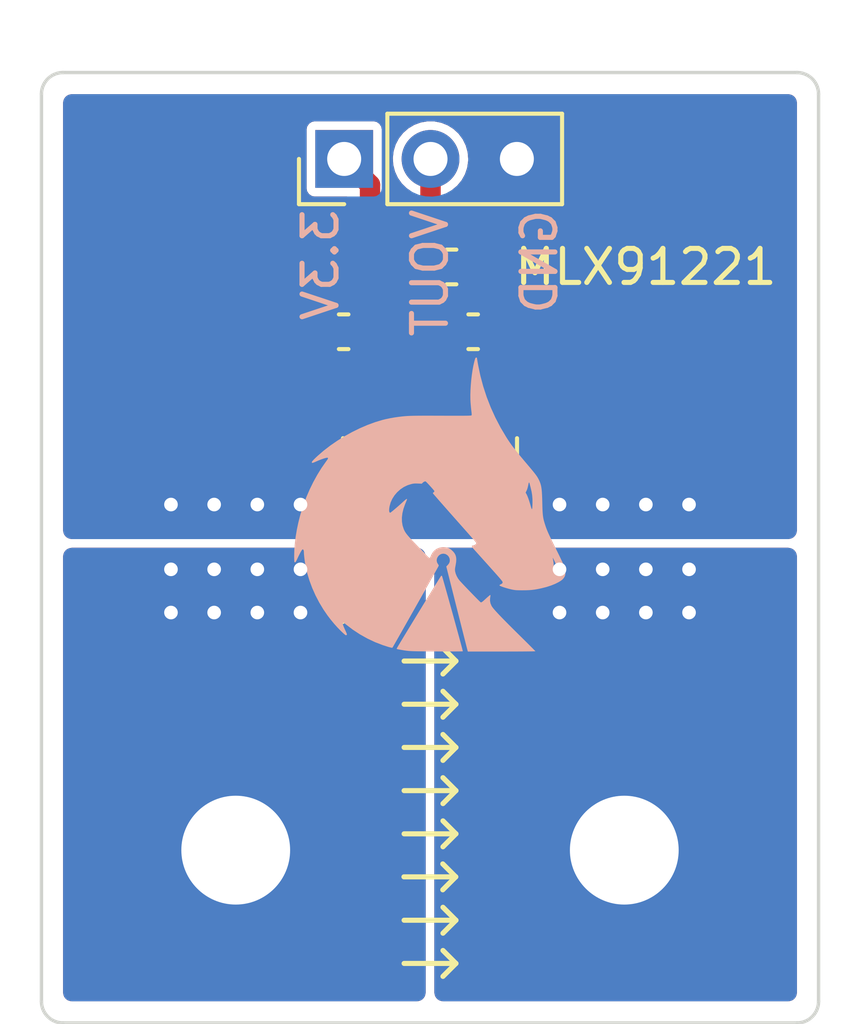
<source format=kicad_pcb>
(kicad_pcb (version 20211014) (generator pcbnew)
  (layers (0 "F.Cu" signal) (31 "B.Cu" signal) (34 "B.Paste" user) (35 "F.Paste" user) (36 "B.SilkS" user "B.Silkscreen") (37 "F.SilkS" user "F.Silkscreen") (38 "B.Mask" user) (39 "F.Mask" user) (44 "Edge.Cuts" user))
  (net 0 "")
  (net 1 "/3.3V")
  (net 2 "GND")
  (net 3 "/VOUT")
  (net 4 "IP+")
  (net 5 "IP-")
  (footprint "Capacitor_SMD:C_0603_1608Metric" (layer "F.Cu") (at 63.5 88.9 180)
    (fp_text reference "C1" hide)
    (fp_text value "47nF")
    (fp_line (start -0.14058 -0.51) (end 0.14058 -0.51) (layer "F.SilkS") (width 0.12))
    (fp_line (start -0.14058 0.51) (end 0.14058 0.51) (layer "F.SilkS") (width 0.12))
    (pad "1" smd roundrect (at -0.775 0 180) (size 0.9 0.95) (layers "F.Cu" "F.Paste" "F.Mask") (net 1 "/3.3V"))
    (pad "2" smd roundrect (at 0.775 0 180) (size 0.9 0.95) (layers "F.Cu" "F.Paste" "F.Mask") (net 2 "GND"))
  )
  (footprint "Capacitor_SMD:C_0603_1608Metric" (layer "F.Cu") (at 67.31 88.9)
    (fp_text reference "C2" hide)
    (fp_text value "47nF")
    (fp_line (start -0.14058 -0.51) (end 0.14058 -0.51) (layer "F.SilkS") (width 0.12))
    (fp_line (start -0.14058 0.51) (end 0.14058 0.51) (layer "F.SilkS") (width 0.12))
    (pad "1" smd roundrect (at -0.775 0) (size 0.9 0.95) (layers "F.Cu" "F.Paste" "F.Mask") (net 1 "/3.3V"))
    (pad "2" smd roundrect (at 0.775 0) (size 0.9 0.95) (layers "F.Cu" "F.Paste" "F.Mask") (net 2 "GND"))
  )
  (footprint "Connector_PinHeader_2.54mm:PinHeader_1x03_P2.54mm_Vertical" (layer "F.Cu") (at 63.515 83.82 90)
    (fp_text reference "J1" hide)
    (fp_text value "Conn_01x03")
    (fp_line (start -1.33 6.41) (end 1.33 6.41) (layer "F.SilkS") (width 0.12))
    (fp_line (start -1.33 1.27) (end 1.33 1.27) (layer "F.SilkS") (width 0.12))
    (fp_line (start -1.33 1.27) (end -1.33 6.41) (layer "F.SilkS") (width 0.12))
    (fp_line (start -1.33 0) (end -1.33 -1.33) (layer "F.SilkS") (width 0.12))
    (fp_line (start 1.33 1.27) (end 1.33 6.41) (layer "F.SilkS") (width 0.12))
    (fp_line (start -1.33 -1.33) (end 0 -1.33) (layer "F.SilkS") (width 0.12))
    (pad "1" thru_hole rect (at 0 0 90) (size 1.7 1.7) (drill 1) (layers *.Cu *.Mask) (net 1 "/3.3V"))
    (pad "2" thru_hole oval (at 0 2.54 90) (size 1.7 1.7) (drill 1) (layers *.Cu *.Mask) (net 3 "/VOUT"))
    (pad "3" thru_hole oval (at 0 5.08 90) (size 1.7 1.7) (drill 1) (layers *.Cu *.Mask) (net 2 "GND"))
  )
  (footprint "Capacitor_SMD:C_0603_1608Metric" (layer "F.Cu") (at 66.675 86.995)
    (fp_text reference "C3" hide)
    (fp_text value "4.7nF")
    (fp_line (start -0.14058 -0.51) (end 0.14058 -0.51) (layer "F.SilkS") (width 0.12))
    (fp_line (start -0.14058 0.51) (end 0.14058 0.51) (layer "F.SilkS") (width 0.12))
    (pad "1" smd roundrect (at -0.775 0) (size 0.9 0.95) (layers "F.Cu" "F.Paste" "F.Mask") (net 3 "/VOUT"))
    (pad "2" smd roundrect (at 0.775 0) (size 0.9 0.95) (layers "F.Cu" "F.Paste" "F.Mask") (net 2 "GND"))
  )
  (footprint "01-rickbassham:MountingHole_3.2mm_M3_DIN965_Pad" (layer "F.Cu") (at 71.755 104.14)
    (fp_text reference "H2" hide)
    (fp_text value "MountingHole_Pad")
    (pad "1" thru_hole circle (at 0 0) (size 5.6 5.6) (drill 3.2) (layers *.Cu *.Mask) (net 5 "IP-"))
  )
  (footprint "Package_SO:SOIC-8_3.9x4.9mm_P1.27mm" (layer "F.Cu") (at 66.04 93.98 90)
    (fp_text reference "U1" hide)
    (fp_text value "MLX91221")
    (fp_line (start 0 2.56) (end 1.95 2.56) (layer "F.SilkS") (width 0.12))
    (fp_line (start 0 -2.56) (end 1.95 -2.56) (layer "F.SilkS") (width 0.12))
    (fp_line (start 0 -2.56) (end -3.45 -2.56) (layer "F.SilkS") (width 0.12))
    (fp_line (start 0 2.56) (end -1.95 2.56) (layer "F.SilkS") (width 0.12))
    (pad "1" smd roundrect (at -2.475 -1.905 90) (size 1.95 0.6) (layers "F.Cu" "F.Paste" "F.Mask") (net 4 "IP+"))
    (pad "2" smd roundrect (at -2.475 -0.635 90) (size 1.95 0.6) (layers "F.Cu" "F.Paste" "F.Mask") (net 4 "IP+"))
    (pad "3" smd roundrect (at -2.475 0.635 90) (size 1.95 0.6) (layers "F.Cu" "F.Paste" "F.Mask") (net 5 "IP-"))
    (pad "4" smd roundrect (at -2.475 1.905 90) (size 1.95 0.6) (layers "F.Cu" "F.Paste" "F.Mask") (net 5 "IP-"))
    (pad "5" smd roundrect (at 2.475 1.905 90) (size 1.95 0.6) (layers "F.Cu" "F.Paste" "F.Mask") (net 2 "GND"))
    (pad "6" smd roundrect (at 2.475 0.635 90) (size 1.95 0.6) (layers "F.Cu" "F.Paste" "F.Mask") (net 1 "/3.3V"))
    (pad "7" smd roundrect (at 2.475 -0.635 90) (size 1.95 0.6) (layers "F.Cu" "F.Paste" "F.Mask") (net 3 "/VOUT"))
    (pad "8" smd roundrect (at 2.475 -1.905 90) (size 1.95 0.6) (layers "F.Cu" "F.Paste" "F.Mask") (net 1 "/3.3V"))
  )
  (footprint "01-rickbassham:MountingHole_3.2mm_M3_DIN965_Pad" (layer "F.Cu") (at 60.325 104.14)
    (fp_text reference "H1" hide)
    (fp_text value "MountingHole_Pad")
    (pad "1" thru_hole circle (at 0 0) (size 5.6 5.6) (drill 3.2) (layers *.Cu *.Mask) (net 4 "IP+"))
  )
  (footprint "01-rickbassham:logo_small" (layer "B.Cu") (at 66.04 93.98 180)
    (fp_text reference "G***" hide)
    (fp_text value "LOGO" hide)
    (fp_poly (pts (xy -0.326678 -2.096586) (xy -0.32021 -2.105431) (xy -0.304841 -2.128964) (xy -0.281254 -2.166067) (xy -0.250132 -2.215623) (xy -0.212159 -2.276513) (xy -0.168017 -2.34762) (xy -0.118391 -2.427825) (xy -0.063964 -2.516012) (xy -0.005419 -2.611061) (xy 0.05656 -2.711856) (xy 0.121291 -2.817277) (xy 0.188088 -2.926208) (xy 0.25627 -3.03753) (xy 0.325153 -3.150126) (xy 0.394053 -3.262877) (xy 0.462287 -3.374667) (xy 0.529171 -3.484376) (xy 0.594022 -3.590886) (xy 0.656157 -3.693081) (xy 0.714892 -3.789843) (xy 0.769544 -3.880052) (xy 0.81943 -3.962592) (xy 0.863865 -4.036344) (xy 0.902167 -4.100192) (xy 0.933652 -4.153015) (xy 0.957637 -4.193698) (xy 0.973438 -4.221122) (xy 0.980373 -4.234168) (xy 0.980641 -4.235023) (xy 0.97921 -4.241441) (xy 0.972759 -4.246776) (xy 0.958441 -4.251872) (xy 0.933409 -4.257575) (xy 0.894818 -4.264727) (xy 0.860546 -4.270651) (xy 0.81512 -4.278379) (xy 0.774256 -4.285153) (xy 0.736434 -4.291042) (xy 0.700133 -4.296115) (xy 0.663833 -4.300442) (xy 0.626015 -4.304091) (xy 0.585157 -4.307132) (xy 0.539739 -4.309633) (xy 0.488242 -4.311663) (xy 0.429144 -4.313292) (xy 0.360927 -4.314589) (xy 0.282069 -4.315622) (xy 0.19105 -4.316461) (xy 0.08635 -4.317175) (xy -0.033551 -4.317832) (xy -0.170174 -4.318502) (xy -0.195755 -4.318625) (xy -0.314137 -4.3191) (xy -0.426853 -4.319367) (xy -0.532554 -4.319435) (xy -0.629891 -4.319311) (xy -0.717514 -4.319002) (xy -0.794074 -4.318516) (xy -0.858221 -4.31786) (xy -0.908605 -4.317043) (xy -0.943878 -4.316071) (xy -0.96269 -4.314953) (xy -0.965514 -4.314322) (xy -0.963757 -4.304522) (xy -0.957355 -4.278219) (xy -0.946671 -4.236725) (xy -0.932069 -4.181354) (xy -0.913912 -4.113417) (xy -0.892565 -4.034228) (xy -0.868391 -3.945098) (xy -0.841754 -3.847341) (xy -0.813017 -3.74227) (xy -0.782543 -3.631195) (xy -0.750698 -3.515432) (xy -0.717843 -3.396291) (xy -0.684343 -3.275085) (xy -0.650561 -3.153128) (xy -0.616862 -3.031731) (xy -0.583608 -2.912208) (xy -0.551163 -2.795871) (xy -0.519892 -2.684031) (xy -0.490156 -2.578003) (xy -0.462321 -2.479099) (xy -0.43675 -2.388631) (xy -0.413807 -2.307912) (xy -0.393854 -2.238254) (xy -0.377256 -2.18097) (xy -0.364377 -2.137373) (xy -0.355579 -2.108775) (xy -0.351228 -2.096489) (xy -0.351006 -2.096157) (xy -0.335612 -2.092456)) (layer "B.SilkS") (width 0) (fill solid))
    (fp_poly (pts (xy -1.349491 4.319513) (xy -1.340316 4.312522) (xy -1.331735 4.297545) (xy -1.322466 4.27186) (xy -1.311222 4.232747) (xy -1.301594 4.196321) (xy -1.274751 4.079564) (xy -1.250752 3.948582) (xy -1.22998 3.807491) (xy -1.212816 3.660408) (xy -1.199644 3.511448) (xy -1.190844 3.364728) (xy -1.1868 3.224365) (xy -1.187894 3.094474) (xy -1.191801 3.013726) (xy -1.196558 2.950554) (xy -1.202358 2.883665) (xy -1.208593 2.819515) (xy -1.214655 2.76456) (xy -1.217099 2.745047) (xy -1.223185 2.695118) (xy -1.226054 2.660455) (xy -1.225788 2.638116) (xy -1.222468 2.625156) (xy -1.220518 2.622191) (xy -1.216653 2.619943) (xy -1.208325 2.617972) (xy -1.194479 2.616265) (xy -1.174063 2.61481) (xy -1.146023 2.613594) (xy -1.109307 2.612604) (xy -1.062862 2.611827) (xy -1.005633 2.611252) (xy -0.936568 2.610864) (xy -0.854614 2.610653) (xy -0.758718 2.610605) (xy -0.647826 2.610708) (xy -0.520886 2.610948) (xy -0.376844 2.611314) (xy -0.324834 2.611461) (xy -0.169379 2.611883) (xy -0.031012 2.61217) (xy 0.091686 2.612281) (xy 0.200134 2.612177) (xy 0.29575 2.611819) (xy 0.379953 2.611166) (xy 0.454162 2.610178) (xy 0.519795 2.608817) (xy 0.57827 2.607042) (xy 0.631007 2.604813) (xy 0.679424 2.602092) (xy 0.72494 2.598838) (xy 0.768973 2.595011) (xy 0.812941 2.590572) (xy 0.858265 2.58548) (xy 0.906361 2.579698) (xy 0.934572 2.5762) (xy 1.054792 2.55889) (xy 1.179288 2.536791) (xy 1.300131 2.51142) (xy 1.396405 2.487792) (xy 1.617232 2.421301) (xy 1.841715 2.338792) (xy 2.067336 2.241695) (xy 2.291576 2.131438) (xy 2.511916 2.009449) (xy 2.725836 1.877157) (xy 2.930817 1.73599) (xy 3.12434 1.587377) (xy 3.303886 1.432745) (xy 3.374971 1.365915) (xy 3.420031 1.321218) (xy 3.451672 1.286814) (xy 3.470799 1.261279) (xy 3.47832 1.243189) (xy 3.47514 1.231119) (xy 3.464904 1.224608) (xy 3.450712 1.225922) (xy 3.424394 1.233972) (xy 3.390402 1.247272) (xy 3.370058 1.256281) (xy 3.30397 1.285539) (xy 3.238705 1.312178) (xy 3.176832 1.335344) (xy 3.120921 1.35418) (xy 3.07354 1.367833) (xy 3.037257 1.375446) (xy 3.014643 1.376166) (xy 3.012083 1.375444) (xy 3.002481 1.369407) (xy 2.999928 1.359566) (xy 3.00544 1.343609) (xy 3.020036 1.319222) (xy 3.044731 1.284092) (xy 3.063326 1.258898) (xy 3.19213 1.074573) (xy 3.315555 0.875236) (xy 3.432031 0.663987) (xy 3.539988 0.443924) (xy 3.637858 0.218147) (xy 3.724072 -0.010247) (xy 3.75949 -0.115665) (xy 3.820476 -0.319991) (xy 3.873222 -0.528349) (xy 3.917234 -0.73772) (xy 3.952019 -0.945088) (xy 3.977084 -1.147437) (xy 3.991934 -1.341749) (xy 3.996077 -1.525007) (xy 3.995596 -1.559162) (xy 3.994416 -1.612443) (xy 3.993106 -1.649978) (xy 3.991196 -1.674524) (xy 3.988217 -1.688838) (xy 3.983699 -1.695679) (xy 3.977172 -1.697803) (xy 3.971936 -1.69796) (xy 3.962059 -1.695575) (xy 3.952004 -1.686691) (xy 3.940073 -1.668718) (xy 3.924573 -1.639063) (xy 3.903807 -1.595134) (xy 3.901723 -1.590612) (xy 3.870471 -1.524404) (xy 3.840431 -1.463967) (xy 3.81276 -1.411402) (xy 3.788616 -1.368807) (xy 3.769158 -1.338282) (xy 3.755542 -1.321928) (xy 3.752505 -1.319989) (xy 3.733638 -1.320644) (xy 3.719806 -1.337629) (xy 3.711963 -1.369223) (xy 3.710528 -1.395635) (xy 3.70894 -1.43699) (xy 3.704527 -1.492091) (xy 3.697814 -1.556485) (xy 3.689329 -1.625719) (xy 3.679598 -1.69534) (xy 3.669147 -1.760893) (xy 3.663864 -1.790492) (xy 3.614621 -2.00934) (xy 3.548459 -2.230172) (xy 3.466437 -2.450579) (xy 3.369617 -2.668154) (xy 3.259056 -2.880489) (xy 3.135814 -3.085177) (xy 3.019767 -3.254251) (xy 2.924705 -3.379043) (xy 2.824366 -3.500468) (xy 2.722183 -3.614615) (xy 2.621593 -3.717574) (xy 2.569708 -3.766628) (xy 2.532081 -3.800608) (xy 2.505209 -3.823371) (xy 2.486582 -3.836608) (xy 2.473694 -3.842008) (xy 2.464036 -3.841262) (xy 2.460984 -3.839878) (xy 2.446454 -3.827107) (xy 2.442841 -3.81777) (xy 2.446546 -3.804561) (xy 2.456539 -3.778812) (xy 2.471138 -3.744683) (xy 2.482925 -3.718624) (xy 2.515283 -3.647199) (xy 2.539373 -3.59062) (xy 2.555694 -3.547434) (xy 2.564744 -3.516189) (xy 2.567022 -3.495433) (xy 2.563356 -3.484094) (xy 2.551074 -3.472385) (xy 2.545807 -3.469956) (xy 2.53661 -3.475469) (xy 2.516604 -3.490286) (xy 2.489176 -3.511842) (xy 2.470601 -3.526914) (xy 2.271127 -3.678993) (xy 2.061376 -3.816597) (xy 1.842875 -3.938916) (xy 1.61715 -4.045137) (xy 1.385728 -4.13445) (xy 1.239783 -4.181057) (xy 1.186573 -4.196195) (xy 1.148542 -4.20569) (xy 1.12339 -4.209981) (xy 1.108817 -4.20951) (xy 1.104103 -4.207037) (xy 1.098567 -4.198079) (xy 1.084561 -4.174086) (xy 1.062701 -4.136147) (xy 1.033603 -4.08535) (xy 0.997882 -4.022783) (xy 0.956153 -3.949534) (xy 0.909032 -3.866692) (xy 0.857135 -3.775345) (xy 0.801076 -3.676581) (xy 0.741472 -3.571489) (xy 0.678938 -3.461156) (xy 0.614088 -3.346672) (xy 0.54754 -3.229124) (xy 0.479907 -3.109601) (xy 0.411807 -2.989191) (xy 0.343853 -2.868982) (xy 0.276662 -2.750063) (xy 0.210848 -2.633521) (xy 0.147028 -2.520446) (xy 0.085817 -2.411925) (xy 0.027831 -2.309047) (xy -0.026316 -2.2129) (xy -0.076008 -2.124572) (xy -0.120629 -2.045152) (xy -0.159563 -1.975727) (xy -0.192197 -1.917387) (xy -0.217913 -1.871219) (xy -0.236096 -1.838312) (xy -0.246132 -1.819754) (xy -0.247562 -1.816941) (xy -0.255602 -1.797277) (xy -0.254875 -1.782578) (xy -0.244117 -1.764497) (xy -0.23847 -1.756795) (xy -0.208119 -1.704372) (xy -0.195939 -1.652169) (xy -0.201721 -1.598273) (xy -0.216545 -1.558079) (xy -0.248223 -1.50966) (xy -0.290606 -1.473593) (xy -0.340339 -1.451257) (xy -0.39407 -1.444027) (xy -0.448444 -1.453281) (xy -0.460643 -1.457868) (xy -0.511062 -1.488213) (xy -0.549726 -1.530665) (xy -0.574425 -1.581968) (xy -0.582951 -1.637905) (xy -0.578207 -1.683067) (xy -0.562388 -1.723419) (xy -0.533119 -1.764106) (xy -0.515978 -1.782806) (xy -0.478777 -1.821386) (xy -0.776123 -2.9996) (xy -0.812816 -3.144952) (xy -0.848502 -3.286233) (xy -0.882895 -3.422309) (xy -0.915705 -3.552045) (xy -0.946645 -3.674305) (xy -0.975428 -3.787955) (xy -1.001766 -3.89186) (xy -1.025371 -3.984884) (xy -1.045955 -4.065893) (xy -1.06323 -4.133751) (xy -1.07691 -4.187324) (xy -1.086705 -4.225476) (xy -1.092329 -4.247073) (xy -1.092987 -4.249526) (xy -1.112506 -4.321238) (xy -2.106162 -4.321238) (xy -2.252881 -4.321162) (xy -2.391113 -4.32094) (xy -2.519911 -4.320578) (xy -2.638325 -4.320085) (xy -2.745408 -4.319469) (xy -2.840212 -4.318739) (xy -2.921788 -4.317901) (xy -2.989189 -4.316963) (xy -3.041467 -4.315935) (xy -3.077674 -4.314823) (xy -3.09686 -4.313636) (xy -3.099818 -4.31293) (xy -3.093389 -4.305202) (xy -3.074818 -4.285593) (xy -3.045175 -4.255179) (xy -3.005535 -4.215036) (xy -2.956968 -4.166238) (xy -2.900548 -4.109862) (xy -2.837345 -4.046982) (xy -2.768433 -3.978675) (xy -2.694884 -3.906015) (xy -2.650053 -3.861838) (xy -2.516616 -3.730134) (xy -2.396238 -3.610592) (xy -2.288462 -3.502732) (xy -2.192832 -3.406073) (xy -2.108891 -3.320137) (xy -2.036182 -3.244444) (xy -1.974248 -3.178513) (xy -1.922632 -3.121866) (xy -1.880877 -3.074021) (xy -1.848528 -3.0345) (xy -1.825126 -3.002823) (xy -1.811842 -2.98155) (xy -1.779211 -2.905177) (xy -1.764509 -2.827987) (xy -1.767982 -2.75127) (xy -1.768109 -2.75051) (xy -1.774784 -2.7098) (xy -1.778299 -2.683788) (xy -1.778805 -2.66896) (xy -1.776449 -2.661806) (xy -1.771986 -2.65902) (xy -1.76235 -2.663856) (xy -1.7418 -2.679335) (xy -1.712869 -2.703384) (xy -1.678088 -2.733929) (xy -1.656321 -2.753724) (xy -1.608949 -2.797099) (xy -1.572957 -2.829244) (xy -1.546281 -2.851649) (xy -1.526857 -2.865802) (xy -1.51262 -2.873194) (xy -1.501508 -2.875311) (xy -1.491455 -2.873643) (xy -1.490487 -2.873344) (xy -1.481086 -2.865846) (xy -1.460479 -2.846484) (xy -1.430186 -2.816829) (xy -1.391733 -2.778449) (xy -1.34664 -2.732914) (xy -1.296431 -2.681793) (xy -1.24263 -2.626655) (xy -1.186758 -2.569069) (xy -1.130339 -2.510605) (xy -1.074896 -2.452832) (xy -1.021951 -2.397319) (xy -0.973028 -2.345636) (xy -0.929649 -2.299351) (xy -0.893337 -2.260033) (xy -0.867615 -2.231515) (xy -0.825118 -2.17486) (xy -0.787591 -2.108485) (xy -0.758353 -2.039168) (xy -0.740725 -1.973685) (xy -0.740427 -1.971945) (xy -0.736235 -1.943904) (xy -0.734414 -1.919232) (xy -0.735288 -1.893426) (xy -0.739186 -1.86198) (xy -0.746433 -1.820391) (xy -0.75442 -1.779038) (xy -0.768868 -1.688394) (xy -0.773291 -1.610985) (xy -0.767222 -1.544201) (xy -0.750196 -1.485432) (xy -0.721747 -1.432067) (xy -0.683969 -1.384274) (xy -0.620344 -1.325125) (xy -0.552964 -1.283625) (xy -0.48001 -1.259017) (xy -0.399663 -1.250546) (xy -0.364541 -1.251538) (xy -0.280474 -1.26544) (xy -0.204559 -1.295544) (xy -0.138087 -1.340867) (xy -0.082347 -1.400423) (xy -0.038629 -1.473228) (xy -0.02222 -1.512793) (xy -0.009793 -1.542064) (xy 0.002657 -1.563214) (xy 0.011474 -1.571146) (xy 0.022927 -1.565857) (xy 0.043622 -1.549426) (xy 0.070469 -1.524512) (xy 0.096154 -1.498294) (xy 0.119018 -1.474185) (xy 0.152801 -1.438829) (xy 0.195543 -1.394265) (xy 0.245282 -1.342534) (xy 0.300056 -1.285675) (xy 0.357903 -1.22573) (xy 0.416863 -1.164737) (xy 0.417111 -1.164481) (xy 0.490717 -1.08799) (xy 0.552428 -1.022771) (xy 0.603583 -0.967159) (xy 0.645523 -0.919491) (xy 0.679585 -0.878104) (xy 0.707111 -0.841332) (xy 0.729438 -0.807512) (xy 0.747908 -0.774981) (xy 0.763859 -0.742073) (xy 0.771722 -0.723978) (xy 0.806928 -0.616536) (xy 0.825341 -0.502072) (xy 0.827007 -0.381248) (xy 0.811966 -0.254729) (xy 0.780264 -0.123176) (xy 0.731943 0.012748) (xy 0.72205 0.036309) (xy 0.704423 0.078198) (xy 0.689856 0.114364) (xy 0.679755 0.1412) (xy 0.675528 0.155099) (xy 0.675483 0.15569) (xy 0.678485 0.164645) (xy 0.688382 0.164213) (xy 0.706505 0.153522) (xy 0.734186 0.1317) (xy 0.772758 0.097873) (xy 0.795774 0.076894) (xy 0.844775 0.032338) (xy 0.896398 -0.013736) (xy 0.94869 -0.059671) (xy 0.999701 -0.103811) (xy 1.047479 -0.144502) (xy 1.090074 -0.180086) (xy 1.125535 -0.208908) (xy 1.15191 -0.229312) (xy 1.167249 -0.239642) (xy 1.169832 -0.240583) (xy 1.188064 -0.232181) (xy 1.199092 -0.207533) (xy 1.202829 -0.167479) (xy 1.199186 -0.112857) (xy 1.189605 -0.05236) (xy 1.159052 0.058633) (xy 1.110959 0.165734) (xy 1.046139 0.267432) (xy 0.967971 0.359571) (xy 0.872412 0.446031) (xy 0.768957 0.515764) (xy 0.657641 0.568752) (xy 0.549426 0.602428) (xy 0.508029 0.611406) (xy 0.471007 0.616742) (xy 0.431856 0.618936) (xy 0.384073 0.61849) (xy 0.354697 0.617424) (xy 0.242109 0.612732) (xy 0.217126 0.638808) (xy 0.189047 0.662486) (xy 0.160442 0.677429) (xy 0.136252 0.681447) (xy 0.127291 0.678637) (xy 0.114504 0.667892) (xy 0.09271 0.646451) (xy 0.064222 0.616872) (xy 0.031351 0.581716) (xy -0.003592 0.543541) (xy -0.038294 0.504907) (xy -0.070445 0.468374) (xy -0.097731 0.436501) (xy -0.117843 0.411847) (xy -0.128467 0.396972) (xy -0.129545 0.394271) (xy -0.122233 0.375471) (xy -0.10499 0.357389) (xy -0.090568 0.349424) (xy -0.083705 0.340963) (xy -0.088089 0.326538) (xy -0.0954 0.317046) (xy -0.114156 0.294692) (xy -0.143509 0.260446) (xy -0.182611 0.215278) (xy -0.230612 0.160159) (xy -0.286664 0.096058) (xy -0.349917 0.023944) (xy -0.419523 -0.055211) (xy -0.494633 -0.140437) (xy -0.574398 -0.230766) (xy -0.657969 -0.325226) (xy -0.698616 -0.371107) (xy -0.803268 -0.489174) (xy -0.896333 -0.594164) (xy -0.978484 -0.686865) (xy -1.050396 -0.768062) (xy -1.112742 -0.838542) (xy -1.166197 -0.899091) (xy -1.211432 -0.950495) (xy -1.249124 -0.99354) (xy -1.279944 -1.029013) (xy -1.304568 -1.0577) (xy -1.323668 -1.080387) (xy -1.337919 -1.097859) (xy -1.347995 -1.110905) (xy -1.354568 -1.120309) (xy -1.358313 -1.126857) (xy -1.359904 -1.131337) (xy -1.360015 -1.134534) (xy -1.359318 -1.137234) (xy -1.358489 -1.140224) (xy -1.358363 -1.140949) (xy -1.346476 -1.163519) (xy -1.320909 -1.183234) (xy -1.286481 -1.196866) (xy -1.269987 -1.200078) (xy -1.241196 -1.207209) (xy -1.227684 -1.219705) (xy -1.229468 -1.238875) (xy -1.246567 -1.266029) (xy -1.271289 -1.294385) (xy -1.285889 -1.310243) (xy -1.31165 -1.338576) (xy -1.347392 -1.378071) (xy -1.39193 -1.427415) (xy -1.444083 -1.485296) (xy -1.502668 -1.5504) (xy -1.566503 -1.621416) (xy -1.634404 -1.697029) (xy -1.70519 -1.775928) (xy -1.729312 -1.802831) (xy -1.810812 -1.893803) (xy -1.880774 -1.972067) (xy -1.940062 -2.038657) (xy -1.989538 -2.094604) (xy -2.030064 -2.140938) (xy -2.062504 -2.178691) (xy -2.087719 -2.208895) (xy -2.106574 -2.23258) (xy -2.11993 -2.250777) (xy -2.128651 -2.264519) (xy -2.133598 -2.274837) (xy -2.135636 -2.282761) (xy -2.135702 -2.288624) (xy -2.130813 -2.30857) (xy -2.117712 -2.323469) (xy -2.09179 -2.338636) (xy -2.060124 -2.355538) (xy -2.044384 -2.367653) (xy -2.04353 -2.377584) (xy -2.05652 -2.38793) (xy -2.0693 -2.394797) (xy -2.103305 -2.409569) (xy -2.151109 -2.426876) (xy -2.208409 -2.445415) (xy -2.270898 -2.463883) (xy -2.334273 -2.480977) (xy -2.394229 -2.495393) (xy -2.419027 -2.500676) (xy -2.456263 -2.507748) (xy -2.490961 -2.513027) (xy -2.526819 -2.516756) (xy -2.567537 -2.519178) (xy -2.616814 -2.520535) (xy -2.67835 -2.521072) (xy -2.729691 -2.521091) (xy -2.83188 -2.5199) (xy -2.921204 -2.516282) (xy -3.003214 -2.509628) (xy -3.083462 -2.499324) (xy -3.167499 -2.484761) (xy -3.260878 -2.465327) (xy -3.284882 -2.459963) (xy -3.428561 -2.423141) (xy -3.561373 -2.380227) (xy -3.68129 -2.332003) (xy -3.786289 -2.279251) (xy -3.843777 -2.244105) (xy -3.89492 -2.205106) (xy -3.93337 -2.162864) (xy -3.962604 -2.115431) (xy -3.976858 -2.072653) (xy -3.982937 -2.017739) (xy -3.98094 -1.955108) (xy -3.973154 -1.903656) (xy -3.755381 -1.903656) (xy -3.751548 -1.912358) (xy -3.737922 -1.906346) (xy -3.713505 -1.886451) (xy -3.697626 -1.872185) (xy -3.638458 -1.81827) (xy -3.637609 -1.761642) (xy -3.635054 -1.721974) (xy -3.629254 -1.675367) (xy -3.622588 -1.637648) (xy -3.616173 -1.604802) (xy -3.612227 -1.579843) (xy -3.611478 -1.567489) (xy -3.611697 -1.567004) (xy -3.616943 -1.573104) (xy -3.627943 -1.592953) (xy -3.643181 -1.623278) (xy -3.661141 -1.66081) (xy -3.680308 -1.702277) (xy -3.699165 -1.744409) (xy -3.716197 -1.783936) (xy -3.729887 -1.817585) (xy -3.737651 -1.838779) (xy -3.750416 -1.879406) (xy -3.755381 -1.903656) (xy -3.973154 -1.903656) (xy -3.970963 -1.889179) (xy -3.956409 -1.83424) (xy -3.947399 -1.810884) (xy -3.930942 -1.772942) (xy -3.907947 -1.722338) (xy -3.879324 -1.660999) (xy -3.845981 -1.59085) (xy -3.808827 -1.513817) (xy -3.768773 -1.431825) (xy -3.726726 -1.346802) (xy -3.718579 -1.330448) (xy -3.662946 -1.218706) (xy -3.614946 -1.121764) (xy -3.573811 -1.037932) (xy -3.538778 -0.965518) (xy -3.509079 -0.902832) (xy -3.483951 -0.848182) (xy -3.462626 -0.799877) (xy -3.444341 -0.756227) (xy -3.428329 -0.71554) (xy -3.413824 -0.676125) (xy -3.400062 -0.636291) (xy -3.388576 -0.601457) (xy -3.369917 -0.542547) (xy -3.354444 -0.489633) (xy -3.341807 -0.440037) (xy -3.331659 -0.391079) (xy -3.323652 -0.34008) (xy -3.317437 -0.28436) (xy -3.312667 -0.221241) (xy -3.308992 -0.148044) (xy -3.306065 -0.062089) (xy -3.303619 0.036022) (xy -3.014824 0.036022) (xy -3.014717 0.031942) (xy -3.012403 -0.036477) (xy -3.009431 -0.086753) (xy -3.005443 -0.119245) (xy -3.000079 -0.134313) (xy -2.992981 -0.132318) (xy -2.983789 -0.113619) (xy -2.972144 -0.078577) (xy -2.957686 -0.027552) (xy -2.957194 -0.025736) (xy -2.936105 0.04768) (xy -2.913194 0.119715) (xy -2.889816 0.186567) (xy -2.867325 0.244434) (xy -2.847077 0.289515) (xy -2.840205 0.302587) (xy -2.813325 0.350711) (xy -2.840701 0.408598) (xy -2.852138 0.434443) (xy -2.862062 0.461416) (xy -2.871501 0.493212) (xy -2.881485 0.533522) (xy -2.893044 0.58604) (xy -2.901567 0.626904) (xy -2.907916 0.64314) (xy -2.913852 0.647723) (xy -2.921848 0.639917) (xy -2.926557 0.626904) (xy -2.930742 0.609944) (xy -2.938567 0.579541) (xy -2.948883 0.540127) (xy -2.959596 0.499672) (xy -2.98756 0.380794) (xy -3.005476 0.269066) (xy -3.014259 0.156729) (xy -3.014824 0.036022) (xy -3.303619 0.036022) (xy -3.303537 0.039304) (xy -3.303181 0.055519) (xy -3.300194 0.171642) (xy -3.296415 0.271425) (xy -3.291498 0.35703) (xy -3.285095 0.430618) (xy -3.276858 0.494352) (xy -3.266438 0.550393) (xy -3.253489 0.600902) (xy -3.237663 0.648041) (xy -3.218611 0.693972) (xy -3.195987 0.740855) (xy -3.191537 0.749508) (xy -3.176514 0.777346) (xy -3.16007 0.805133) (xy -3.140967 0.83448) (xy -3.117969 0.866998) (xy -3.089841 0.904296) (xy -3.055345 0.947985) (xy -3.013247 0.999675) (xy -2.962309 1.060975) (xy -2.901296 1.133497) (xy -2.852554 1.191067) (xy -2.760753 1.299674) (xy -2.679962 1.396159) (xy -2.608875 1.482215) (xy -2.546187 1.559534) (xy -2.490592 1.629807) (xy -2.440786 1.694728) (xy -2.395461 1.755988) (xy -2.353314 1.815279) (xy -2.313039 1.874294) (xy -2.27333 1.934726) (xy -2.246365 1.976893) (xy -2.076988 2.261366) (xy -1.923854 2.55418) (xy -1.787284 2.854495) (xy -1.6676 3.161474) (xy -1.565124 3.474276) (xy -1.480177 3.792064) (xy -1.41308 4.113997) (xy -1.401222 4.182441) (xy -1.393328 4.229807) (xy -1.386646 4.270157) (xy -1.381713 4.300231) (xy -1.379065 4.31677) (xy -1.378761 4.318926) (xy -1.370951 4.32082) (xy -1.360544 4.321239)) (layer "B.SilkS") (width 0) (fill solid))
  )
  (gr_arc (start 55.245 109.22) (mid 54.795987 109.034013) (end 54.61 108.585) (layer "Edge.Cuts") (width 0.1))
  (gr_line (start 77.47 81.915) (end 77.47 108.585) (layer "Edge.Cuts") (width 0.1))
  (gr_arc (start 77.47 108.585) (mid 77.284013 109.034013) (end 76.835 109.22) (layer "Edge.Cuts") (width 0.1))
  (gr_line (start 55.245 81.28) (end 76.835 81.28) (layer "Edge.Cuts") (width 0.1))
  (gr_arc (start 54.61 81.915) (mid 54.795987 81.465987) (end 55.245 81.28) (layer "Edge.Cuts") (width 0.1))
  (gr_line (start 76.835 109.22) (end 55.245 109.22) (layer "Edge.Cuts") (width 0.1))
  (gr_line (start 54.61 108.585) (end 54.61 81.915) (layer "Edge.Cuts") (width 0.1))
  (gr_arc (start 76.835 81.28) (mid 77.284013 81.465987) (end 77.47 81.915) (layer "Edge.Cuts") (width 0.1))
  (gr_text "3.3V\n\nVOUT\n\nGND" (at 66.04 85.217 90) (layer "B.SilkS") (effects (font (size 1 1)) (justify left mirror)))
  (gr_text "→" (at 66.04 107.315) (layer "F.SilkS") (effects (font (size 2 2))))
  (gr_text "→" (at 66.04 100.965) (layer "F.SilkS") (effects (font (size 2 2))))
  (gr_text "→" (at 66.034781 104.76986) (layer "F.SilkS") (effects (font (size 2 2))))
  (gr_text "→" (at 66.04 98.425) (layer "F.SilkS") (effects (font (size 2 2))))
  (gr_text "MLX91221" (at 72.39 86.995) (layer "F.SilkS") (effects (font (size 1 1))))
  (gr_text "→" (at 66.04 102.235) (layer "F.SilkS") (effects (font (size 2 2))))
  (gr_text "→" (at 66.04 99.695) (layer "F.SilkS") (effects (font (size 2 2))))
  (gr_text "→" (at 66.04 103.505) (layer "F.SilkS") (effects (font (size 2 2))))
  (gr_text "→" (at 66.04 106.045) (layer "F.SilkS") (effects (font (size 2 2))))
  (segment (start 66.675 92.456) (end 66.675 91.505) (width 0.6) (layer "F.Cu") (net 1))
  (segment (start 64.135 90.17) (end 64.275 90.03) (width 0.6) (layer "F.Cu") (net 1))
  (segment (start 64.135 92.583) (end 64.643 93.091) (width 0.6) (layer "F.Cu") (net 1))
  (segment (start 64.135 91.505) (end 64.135 90.17) (width 0.6) (layer "F.Cu") (net 1))
  (segment (start 66.675 91.505) (end 66.675 90.17) (width 0.6) (layer "F.Cu") (net 1))
  (segment (start 66.535 90.03) (end 66.535 88.9) (width 0.6) (layer "F.Cu") (net 1))
  (segment (start 64.643 93.091) (end 66.04 93.091) (width 0.6) (layer "F.Cu") (net 1))
  (segment (start 66.04 93.091) (end 66.675 92.456) (width 0.6) (layer "F.Cu") (net 1))
  (segment (start 64.275 90.03) (end 64.275 88.9) (width 0.6) (layer "F.Cu") (net 1))
  (segment (start 64.135 91.505) (end 64.135 92.583) (width 0.6) (layer "F.Cu") (net 1))
  (segment (start 63.515 83.82) (end 64.275 84.58) (width 0.6) (layer "F.Cu") (net 1))
  (segment (start 64.275 84.58) (end 64.275 88.9) (width 0.6) (layer "F.Cu") (net 1))
  (segment (start 66.675 90.17) (end 66.535 90.03) (width 0.6) (layer "F.Cu") (net 1))
  (via (at 73.66 93.98) (size 0.8) (drill 0.4) (layers "F.Cu" "B.Cu") (net 2))
  (via (at 69.85 93.98) (size 0.8) (drill 0.4) (layers "F.Cu" "B.Cu") (net 2))
  (via (at 59.69 93.98) (size 0.8) (drill 0.4) (layers "F.Cu" "B.Cu") (net 2))
  (via (at 58.42 93.98) (size 0.8) (drill 0.4) (layers "F.Cu" "B.Cu") (net 2))
  (via (at 62.23 93.98) (size 0.8) (drill 0.4) (layers "F.Cu" "B.Cu") (net 2))
  (via (at 71.12 93.98) (size 0.8) (drill 0.4) (layers "F.Cu" "B.Cu") (net 2))
  (via (at 72.39 93.98) (size 0.8) (drill 0.4) (layers "F.Cu" "B.Cu") (net 2))
  (via (at 60.96 93.98) (size 0.8) (drill 0.4) (layers "F.Cu" "B.Cu") (net 2))
  (segment (start 66.055 86.84) (end 65.9 86.995) (width 0.6) (layer "F.Cu") (net 3))
  (segment (start 66.055 83.82) (end 66.055 86.84) (width 0.6) (layer "F.Cu") (net 3))
  (segment (start 65.9 86.995) (end 65.405 87.49) (width 0.6) (layer "F.Cu") (net 3))
  (segment (start 65.405 87.49) (end 65.405 91.505) (width 0.6) (layer "F.Cu") (net 3))
  (via (at 60.96 97.155) (size 0.8) (drill 0.4) (layers "F.Cu" "B.Cu") (net 4))
  (via (at 58.42 95.885) (size 0.8) (drill 0.4) (layers "F.Cu" "B.Cu") (net 4))
  (via (at 58.42 97.155) (size 0.8) (drill 0.4) (layers "F.Cu" "B.Cu") (net 4))
  (via (at 59.69 95.885) (size 0.8) (drill 0.4) (layers "F.Cu" "B.Cu") (net 4))
  (via (at 62.23 97.155) (size 0.8) (drill 0.4) (layers "F.Cu" "B.Cu") (net 4))
  (via (at 60.96 95.885) (size 0.8) (drill 0.4) (layers "F.Cu" "B.Cu") (net 4))
  (via (at 59.69 97.155) (size 0.8) (drill 0.4) (layers "F.Cu" "B.Cu") (net 4))
  (via (at 62.23 95.885) (size 0.8) (drill 0.4) (layers "F.Cu" "B.Cu") (net 4))
  (via (at 72.39 95.885) (size 0.8) (drill 0.4) (layers "F.Cu" "B.Cu") (net 5))
  (via (at 71.12 97.155) (size 0.8) (drill 0.4) (layers "F.Cu" "B.Cu") (net 5))
  (via (at 72.39 97.155) (size 0.8) (drill 0.4) (layers "F.Cu" "B.Cu") (net 5))
  (via (at 69.85 97.155) (size 0.8) (drill 0.4) (layers "F.Cu" "B.Cu") (net 5))
  (via (at 73.66 97.155) (size 0.8) (drill 0.4) (layers "F.Cu" "B.Cu") (net 5))
  (via (at 71.12 95.885) (size 0.8) (drill 0.4) (layers "F.Cu" "B.Cu") (net 5))
  (via (at 73.66 95.885) (size 0.8) (drill 0.4) (layers "F.Cu" "B.Cu") (net 5))
  (via (at 69.85 95.885) (size 0.8) (drill 0.4) (layers "F.Cu" "B.Cu") (net 5))
  (zone (net 5) (net_name "IP-") (layers F&B.Cu) (connect_pads yes (clearance 0.254)) (min_thickness 0.254) (fill yes (thermal_gap 0.254) (thermal_bridge_width 0.254) (smoothing fillet) (radius 0.254))
    (polygon (pts (xy 76.835 108.585) (xy 66.167 108.585) (xy 66.167 95.25) (xy 76.835 95.25)))
  )
  (zone (net 2) (net_name "GND") (layers F&B.Cu) (connect_pads yes (clearance 0.254)) (min_thickness 0.254) (fill yes (thermal_gap 0.254) (thermal_bridge_width 0.254) (smoothing fillet) (radius 0.254))
    (polygon (pts (xy 76.835 94.996) (xy 55.245 94.996) (xy 55.245 81.915) (xy 76.835 81.915)))
  )
  (zone (net 4) (net_name "IP+") (layers F&B.Cu) (connect_pads yes (clearance 0.254)) (min_thickness 0.254) (fill yes (thermal_gap 0.254) (thermal_bridge_width 0.254) (smoothing fillet) (radius 0.254))
    (polygon (pts (xy 65.913 108.585) (xy 55.245 108.585) (xy 55.245 95.25) (xy 65.913 95.25)))
  )
)
</source>
